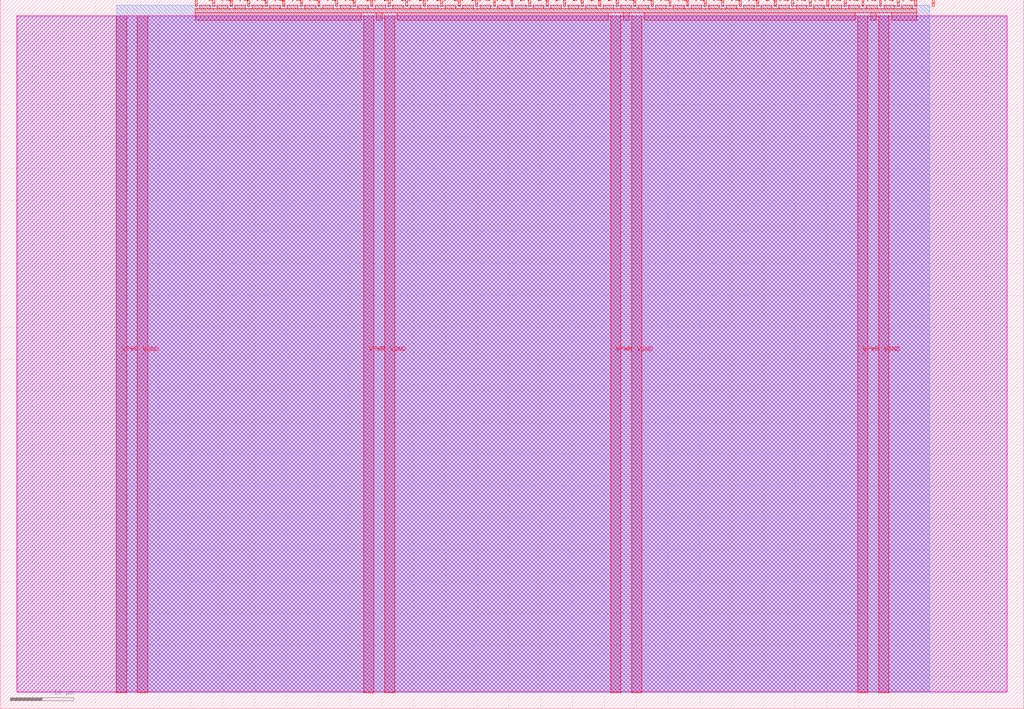
<source format=lef>
VERSION 5.7 ;
  NOWIREEXTENSIONATPIN ON ;
  DIVIDERCHAR "/" ;
  BUSBITCHARS "[]" ;
MACRO tt_um_wokwi_442977852139597825
  CLASS BLOCK ;
  FOREIGN tt_um_wokwi_442977852139597825 ;
  ORIGIN 0.000 0.000 ;
  SIZE 161.000 BY 111.520 ;
  PIN VGND
    DIRECTION INOUT ;
    USE GROUND ;
    PORT
      LAYER met4 ;
        RECT 21.580 2.480 23.180 109.040 ;
    END
    PORT
      LAYER met4 ;
        RECT 60.450 2.480 62.050 109.040 ;
    END
    PORT
      LAYER met4 ;
        RECT 99.320 2.480 100.920 109.040 ;
    END
    PORT
      LAYER met4 ;
        RECT 138.190 2.480 139.790 109.040 ;
    END
  END VGND
  PIN VPWR
    DIRECTION INOUT ;
    USE POWER ;
    PORT
      LAYER met4 ;
        RECT 18.280 2.480 19.880 109.040 ;
    END
    PORT
      LAYER met4 ;
        RECT 57.150 2.480 58.750 109.040 ;
    END
    PORT
      LAYER met4 ;
        RECT 96.020 2.480 97.620 109.040 ;
    END
    PORT
      LAYER met4 ;
        RECT 134.890 2.480 136.490 109.040 ;
    END
  END VPWR
  PIN clk
    DIRECTION INPUT ;
    USE SIGNAL ;
    ANTENNAGATEAREA 0.495000 ;
    PORT
      LAYER met4 ;
        RECT 143.830 110.520 144.130 111.520 ;
    END
  END clk
  PIN ena
    DIRECTION INPUT ;
    USE SIGNAL ;
    PORT
      LAYER met4 ;
        RECT 146.590 110.520 146.890 111.520 ;
    END
  END ena
  PIN rst_n
    DIRECTION INPUT ;
    USE SIGNAL ;
    PORT
      LAYER met4 ;
        RECT 141.070 110.520 141.370 111.520 ;
    END
  END rst_n
  PIN ui_in[0]
    DIRECTION INPUT ;
    USE SIGNAL ;
    ANTENNAGATEAREA 0.196500 ;
    PORT
      LAYER met4 ;
        RECT 138.310 110.520 138.610 111.520 ;
    END
  END ui_in[0]
  PIN ui_in[1]
    DIRECTION INPUT ;
    USE SIGNAL ;
    ANTENNAGATEAREA 0.196500 ;
    PORT
      LAYER met4 ;
        RECT 135.550 110.520 135.850 111.520 ;
    END
  END ui_in[1]
  PIN ui_in[2]
    DIRECTION INPUT ;
    USE SIGNAL ;
    PORT
      LAYER met4 ;
        RECT 132.790 110.520 133.090 111.520 ;
    END
  END ui_in[2]
  PIN ui_in[3]
    DIRECTION INPUT ;
    USE SIGNAL ;
    PORT
      LAYER met4 ;
        RECT 130.030 110.520 130.330 111.520 ;
    END
  END ui_in[3]
  PIN ui_in[4]
    DIRECTION INPUT ;
    USE SIGNAL ;
    PORT
      LAYER met4 ;
        RECT 127.270 110.520 127.570 111.520 ;
    END
  END ui_in[4]
  PIN ui_in[5]
    DIRECTION INPUT ;
    USE SIGNAL ;
    PORT
      LAYER met4 ;
        RECT 124.510 110.520 124.810 111.520 ;
    END
  END ui_in[5]
  PIN ui_in[6]
    DIRECTION INPUT ;
    USE SIGNAL ;
    PORT
      LAYER met4 ;
        RECT 121.750 110.520 122.050 111.520 ;
    END
  END ui_in[6]
  PIN ui_in[7]
    DIRECTION INPUT ;
    USE SIGNAL ;
    PORT
      LAYER met4 ;
        RECT 118.990 110.520 119.290 111.520 ;
    END
  END ui_in[7]
  PIN uio_in[0]
    DIRECTION INPUT ;
    USE SIGNAL ;
    PORT
      LAYER met4 ;
        RECT 116.230 110.520 116.530 111.520 ;
    END
  END uio_in[0]
  PIN uio_in[1]
    DIRECTION INPUT ;
    USE SIGNAL ;
    PORT
      LAYER met4 ;
        RECT 113.470 110.520 113.770 111.520 ;
    END
  END uio_in[1]
  PIN uio_in[2]
    DIRECTION INPUT ;
    USE SIGNAL ;
    PORT
      LAYER met4 ;
        RECT 110.710 110.520 111.010 111.520 ;
    END
  END uio_in[2]
  PIN uio_in[3]
    DIRECTION INPUT ;
    USE SIGNAL ;
    PORT
      LAYER met4 ;
        RECT 107.950 110.520 108.250 111.520 ;
    END
  END uio_in[3]
  PIN uio_in[4]
    DIRECTION INPUT ;
    USE SIGNAL ;
    PORT
      LAYER met4 ;
        RECT 105.190 110.520 105.490 111.520 ;
    END
  END uio_in[4]
  PIN uio_in[5]
    DIRECTION INPUT ;
    USE SIGNAL ;
    PORT
      LAYER met4 ;
        RECT 102.430 110.520 102.730 111.520 ;
    END
  END uio_in[5]
  PIN uio_in[6]
    DIRECTION INPUT ;
    USE SIGNAL ;
    PORT
      LAYER met4 ;
        RECT 99.670 110.520 99.970 111.520 ;
    END
  END uio_in[6]
  PIN uio_in[7]
    DIRECTION INPUT ;
    USE SIGNAL ;
    PORT
      LAYER met4 ;
        RECT 96.910 110.520 97.210 111.520 ;
    END
  END uio_in[7]
  PIN uio_oe[0]
    DIRECTION OUTPUT ;
    USE SIGNAL ;
    PORT
      LAYER met4 ;
        RECT 49.990 110.520 50.290 111.520 ;
    END
  END uio_oe[0]
  PIN uio_oe[1]
    DIRECTION OUTPUT ;
    USE SIGNAL ;
    PORT
      LAYER met4 ;
        RECT 47.230 110.520 47.530 111.520 ;
    END
  END uio_oe[1]
  PIN uio_oe[2]
    DIRECTION OUTPUT ;
    USE SIGNAL ;
    PORT
      LAYER met4 ;
        RECT 44.470 110.520 44.770 111.520 ;
    END
  END uio_oe[2]
  PIN uio_oe[3]
    DIRECTION OUTPUT ;
    USE SIGNAL ;
    PORT
      LAYER met4 ;
        RECT 41.710 110.520 42.010 111.520 ;
    END
  END uio_oe[3]
  PIN uio_oe[4]
    DIRECTION OUTPUT ;
    USE SIGNAL ;
    PORT
      LAYER met4 ;
        RECT 38.950 110.520 39.250 111.520 ;
    END
  END uio_oe[4]
  PIN uio_oe[5]
    DIRECTION OUTPUT ;
    USE SIGNAL ;
    PORT
      LAYER met4 ;
        RECT 36.190 110.520 36.490 111.520 ;
    END
  END uio_oe[5]
  PIN uio_oe[6]
    DIRECTION OUTPUT ;
    USE SIGNAL ;
    PORT
      LAYER met4 ;
        RECT 33.430 110.520 33.730 111.520 ;
    END
  END uio_oe[6]
  PIN uio_oe[7]
    DIRECTION OUTPUT ;
    USE SIGNAL ;
    PORT
      LAYER met4 ;
        RECT 30.670 110.520 30.970 111.520 ;
    END
  END uio_oe[7]
  PIN uio_out[0]
    DIRECTION OUTPUT ;
    USE SIGNAL ;
    PORT
      LAYER met4 ;
        RECT 72.070 110.520 72.370 111.520 ;
    END
  END uio_out[0]
  PIN uio_out[1]
    DIRECTION OUTPUT ;
    USE SIGNAL ;
    PORT
      LAYER met4 ;
        RECT 69.310 110.520 69.610 111.520 ;
    END
  END uio_out[1]
  PIN uio_out[2]
    DIRECTION OUTPUT ;
    USE SIGNAL ;
    PORT
      LAYER met4 ;
        RECT 66.550 110.520 66.850 111.520 ;
    END
  END uio_out[2]
  PIN uio_out[3]
    DIRECTION OUTPUT ;
    USE SIGNAL ;
    PORT
      LAYER met4 ;
        RECT 63.790 110.520 64.090 111.520 ;
    END
  END uio_out[3]
  PIN uio_out[4]
    DIRECTION OUTPUT ;
    USE SIGNAL ;
    PORT
      LAYER met4 ;
        RECT 61.030 110.520 61.330 111.520 ;
    END
  END uio_out[4]
  PIN uio_out[5]
    DIRECTION OUTPUT ;
    USE SIGNAL ;
    PORT
      LAYER met4 ;
        RECT 58.270 110.520 58.570 111.520 ;
    END
  END uio_out[5]
  PIN uio_out[6]
    DIRECTION OUTPUT ;
    USE SIGNAL ;
    PORT
      LAYER met4 ;
        RECT 55.510 110.520 55.810 111.520 ;
    END
  END uio_out[6]
  PIN uio_out[7]
    DIRECTION OUTPUT ;
    USE SIGNAL ;
    PORT
      LAYER met4 ;
        RECT 52.750 110.520 53.050 111.520 ;
    END
  END uio_out[7]
  PIN uo_out[0]
    DIRECTION OUTPUT ;
    USE SIGNAL ;
    ANTENNADIFFAREA 0.795200 ;
    PORT
      LAYER met4 ;
        RECT 94.150 110.520 94.450 111.520 ;
    END
  END uo_out[0]
  PIN uo_out[1]
    DIRECTION OUTPUT ;
    USE SIGNAL ;
    PORT
      LAYER met4 ;
        RECT 91.390 110.520 91.690 111.520 ;
    END
  END uo_out[1]
  PIN uo_out[2]
    DIRECTION OUTPUT ;
    USE SIGNAL ;
    PORT
      LAYER met4 ;
        RECT 88.630 110.520 88.930 111.520 ;
    END
  END uo_out[2]
  PIN uo_out[3]
    DIRECTION OUTPUT ;
    USE SIGNAL ;
    PORT
      LAYER met4 ;
        RECT 85.870 110.520 86.170 111.520 ;
    END
  END uo_out[3]
  PIN uo_out[4]
    DIRECTION OUTPUT ;
    USE SIGNAL ;
    PORT
      LAYER met4 ;
        RECT 83.110 110.520 83.410 111.520 ;
    END
  END uo_out[4]
  PIN uo_out[5]
    DIRECTION OUTPUT ;
    USE SIGNAL ;
    PORT
      LAYER met4 ;
        RECT 80.350 110.520 80.650 111.520 ;
    END
  END uo_out[5]
  PIN uo_out[6]
    DIRECTION OUTPUT ;
    USE SIGNAL ;
    PORT
      LAYER met4 ;
        RECT 77.590 110.520 77.890 111.520 ;
    END
  END uo_out[6]
  PIN uo_out[7]
    DIRECTION OUTPUT ;
    USE SIGNAL ;
    PORT
      LAYER met4 ;
        RECT 74.830 110.520 75.130 111.520 ;
    END
  END uo_out[7]
  OBS
      LAYER nwell ;
        RECT 2.570 2.635 158.430 108.990 ;
      LAYER li1 ;
        RECT 2.760 2.635 158.240 108.885 ;
      LAYER met1 ;
        RECT 2.760 2.480 158.240 109.040 ;
      LAYER met2 ;
        RECT 18.310 2.535 146.190 110.685 ;
      LAYER met3 ;
        RECT 18.290 2.555 146.215 110.665 ;
      LAYER met4 ;
        RECT 31.370 110.120 33.030 110.665 ;
        RECT 34.130 110.120 35.790 110.665 ;
        RECT 36.890 110.120 38.550 110.665 ;
        RECT 39.650 110.120 41.310 110.665 ;
        RECT 42.410 110.120 44.070 110.665 ;
        RECT 45.170 110.120 46.830 110.665 ;
        RECT 47.930 110.120 49.590 110.665 ;
        RECT 50.690 110.120 52.350 110.665 ;
        RECT 53.450 110.120 55.110 110.665 ;
        RECT 56.210 110.120 57.870 110.665 ;
        RECT 58.970 110.120 60.630 110.665 ;
        RECT 61.730 110.120 63.390 110.665 ;
        RECT 64.490 110.120 66.150 110.665 ;
        RECT 67.250 110.120 68.910 110.665 ;
        RECT 70.010 110.120 71.670 110.665 ;
        RECT 72.770 110.120 74.430 110.665 ;
        RECT 75.530 110.120 77.190 110.665 ;
        RECT 78.290 110.120 79.950 110.665 ;
        RECT 81.050 110.120 82.710 110.665 ;
        RECT 83.810 110.120 85.470 110.665 ;
        RECT 86.570 110.120 88.230 110.665 ;
        RECT 89.330 110.120 90.990 110.665 ;
        RECT 92.090 110.120 93.750 110.665 ;
        RECT 94.850 110.120 96.510 110.665 ;
        RECT 97.610 110.120 99.270 110.665 ;
        RECT 100.370 110.120 102.030 110.665 ;
        RECT 103.130 110.120 104.790 110.665 ;
        RECT 105.890 110.120 107.550 110.665 ;
        RECT 108.650 110.120 110.310 110.665 ;
        RECT 111.410 110.120 113.070 110.665 ;
        RECT 114.170 110.120 115.830 110.665 ;
        RECT 116.930 110.120 118.590 110.665 ;
        RECT 119.690 110.120 121.350 110.665 ;
        RECT 122.450 110.120 124.110 110.665 ;
        RECT 125.210 110.120 126.870 110.665 ;
        RECT 127.970 110.120 129.630 110.665 ;
        RECT 130.730 110.120 132.390 110.665 ;
        RECT 133.490 110.120 135.150 110.665 ;
        RECT 136.250 110.120 137.910 110.665 ;
        RECT 139.010 110.120 140.670 110.665 ;
        RECT 141.770 110.120 143.430 110.665 ;
        RECT 30.655 109.440 144.145 110.120 ;
        RECT 30.655 108.295 56.750 109.440 ;
        RECT 59.150 108.295 60.050 109.440 ;
        RECT 62.450 108.295 95.620 109.440 ;
        RECT 98.020 108.295 98.920 109.440 ;
        RECT 101.320 108.295 134.490 109.440 ;
        RECT 136.890 108.295 137.790 109.440 ;
        RECT 140.190 108.295 144.145 109.440 ;
  END
END tt_um_wokwi_442977852139597825
END LIBRARY


</source>
